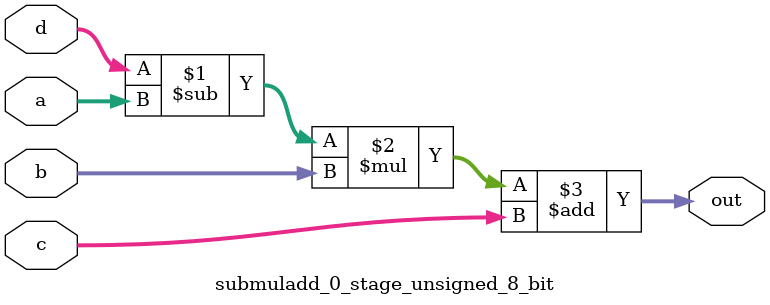
<source format=sv>
(* use_dsp = "yes" *) module submuladd_0_stage_unsigned_8_bit(
	input  [7:0] a,
	input  [7:0] b,
	input  [7:0] c,
	input  [7:0] d,
	output [7:0] out
	);

	assign out = ((d - a) * b) + c;
endmodule

</source>
